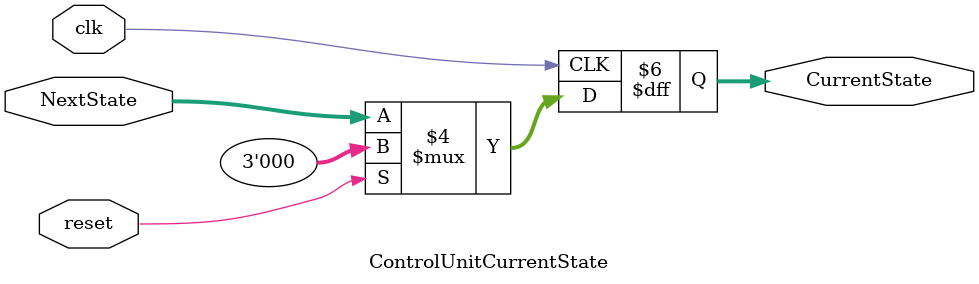
<source format=v>
module ControlUnitCurrentState(
	input [2:0] NextState, 
	output reg [2:0] CurrentState, 
	input clk, 
	input reset);

	always@(posedge clk)
	begin
		if(reset == 1)
			CurrentState = 3'd0;
		else
			CurrentState = NextState;
	end

endmodule

</source>
